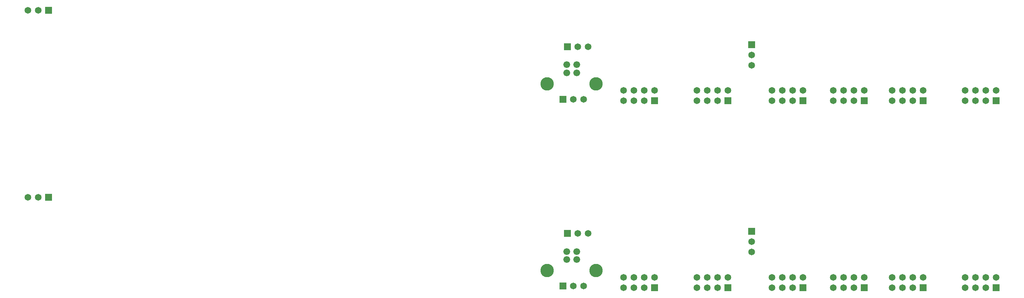
<source format=gtp>
G04 #@! TF.GenerationSoftware,KiCad,Pcbnew,(5.0.2)-1*
G04 #@! TF.CreationDate,2020-07-16T18:14:52-07:00*
G04 #@! TF.ProjectId,Peterson_SerialIO,50657465-7273-46f6-9e5f-53657269616c,rev?*
G04 #@! TF.SameCoordinates,Original*
G04 #@! TF.FileFunction,Paste,Top*
G04 #@! TF.FilePolarity,Positive*
%FSLAX46Y46*%
G04 Gerber Fmt 4.6, Leading zero omitted, Abs format (unit mm)*
G04 Created by KiCad (PCBNEW (5.0.2)-1) date 7/16/2020 6:14:52 PM*
%MOMM*%
%LPD*%
G01*
G04 APERTURE LIST*
%ADD10C,1.651000*%
%ADD11R,1.651000X1.651000*%
%ADD12C,1.676400*%
%ADD13C,3.302000*%
G04 APERTURE END LIST*
D10*
G04 #@! TO.C,J3*
X245310000Y-117730000D03*
X242770000Y-117730000D03*
X240230000Y-117730000D03*
X237690000Y-117730000D03*
X237690000Y-120270000D03*
X240230000Y-120270000D03*
X242770000Y-120270000D03*
D11*
X245310000Y-120270000D03*
G04 #@! TD*
D10*
G04 #@! TO.C,J12*
X217700000Y-111540000D03*
X217700000Y-109000000D03*
D11*
X217700000Y-106460000D03*
G04 #@! TD*
D10*
G04 #@! TO.C,J2*
X259810000Y-117730000D03*
X257270000Y-117730000D03*
X254730000Y-117730000D03*
X252190000Y-117730000D03*
X252190000Y-120270000D03*
X254730000Y-120270000D03*
X257270000Y-120270000D03*
D11*
X259810000Y-120270000D03*
G04 #@! TD*
G04 #@! TO.C,J1*
X277810000Y-120270000D03*
D10*
X275270000Y-120270000D03*
X272730000Y-120270000D03*
X270190000Y-120270000D03*
X270190000Y-117730000D03*
X272730000Y-117730000D03*
X275270000Y-117730000D03*
X277810000Y-117730000D03*
G04 #@! TD*
D11*
G04 #@! TO.C,J5*
X230310000Y-120270000D03*
D10*
X227770000Y-120270000D03*
X225230000Y-120270000D03*
X222690000Y-120270000D03*
X222690000Y-117730000D03*
X225230000Y-117730000D03*
X227770000Y-117730000D03*
X230310000Y-117730000D03*
G04 #@! TD*
G04 #@! TO.C,J20*
X177474880Y-106952380D03*
X174934880Y-106952380D03*
D11*
X172394880Y-106952380D03*
G04 #@! TD*
G04 #@! TO.C,OUTPUT1*
X211810000Y-120270000D03*
D10*
X209270000Y-120270000D03*
X206730000Y-120270000D03*
X204190000Y-120270000D03*
X204190000Y-117730000D03*
X206730000Y-117730000D03*
X209270000Y-117730000D03*
X211810000Y-117730000D03*
G04 #@! TD*
G04 #@! TO.C,J4*
X176331880Y-119868280D03*
X173791880Y-119868280D03*
D11*
X171251880Y-119868280D03*
G04 #@! TD*
D12*
G04 #@! TO.C,JP1*
X172161200Y-111384680D03*
D13*
X179430680Y-116083680D03*
X167391080Y-116083680D03*
D12*
X172161200Y-113365880D03*
X174660560Y-111384680D03*
X174660560Y-113365880D03*
G04 #@! TD*
D10*
G04 #@! TO.C,J18*
X39660000Y-98000000D03*
X42200000Y-98000000D03*
D11*
X44740000Y-98000000D03*
G04 #@! TD*
D10*
G04 #@! TO.C,INPUT1*
X193810000Y-117730000D03*
X191270000Y-117730000D03*
X188730000Y-117730000D03*
X186190000Y-117730000D03*
X186190000Y-120270000D03*
X188730000Y-120270000D03*
X191270000Y-120270000D03*
D11*
X193810000Y-120270000D03*
G04 #@! TD*
G04 #@! TO.C,J3*
X245310000Y-74270000D03*
D10*
X242770000Y-74270000D03*
X240230000Y-74270000D03*
X237690000Y-74270000D03*
X237690000Y-71730000D03*
X240230000Y-71730000D03*
X242770000Y-71730000D03*
X245310000Y-71730000D03*
G04 #@! TD*
G04 #@! TO.C,J1*
X277810000Y-71730000D03*
X275270000Y-71730000D03*
X272730000Y-71730000D03*
X270190000Y-71730000D03*
X270190000Y-74270000D03*
X272730000Y-74270000D03*
X275270000Y-74270000D03*
D11*
X277810000Y-74270000D03*
G04 #@! TD*
G04 #@! TO.C,J2*
X259810000Y-74270000D03*
D10*
X257270000Y-74270000D03*
X254730000Y-74270000D03*
X252190000Y-74270000D03*
X252190000Y-71730000D03*
X254730000Y-71730000D03*
X257270000Y-71730000D03*
X259810000Y-71730000D03*
G04 #@! TD*
G04 #@! TO.C,J5*
X230310000Y-71730000D03*
X227770000Y-71730000D03*
X225230000Y-71730000D03*
X222690000Y-71730000D03*
X222690000Y-74270000D03*
X225230000Y-74270000D03*
X227770000Y-74270000D03*
D11*
X230310000Y-74270000D03*
G04 #@! TD*
G04 #@! TO.C,J12*
X217700000Y-60460000D03*
D10*
X217700000Y-63000000D03*
X217700000Y-65540000D03*
G04 #@! TD*
D11*
G04 #@! TO.C,J18*
X44740000Y-52000000D03*
D10*
X42200000Y-52000000D03*
X39660000Y-52000000D03*
G04 #@! TD*
D11*
G04 #@! TO.C,J20*
X172394880Y-60952380D03*
D10*
X174934880Y-60952380D03*
X177474880Y-60952380D03*
G04 #@! TD*
D12*
G04 #@! TO.C,JP1*
X174660560Y-67365880D03*
X174660560Y-65384680D03*
X172161200Y-67365880D03*
D13*
X167391080Y-70083680D03*
X179430680Y-70083680D03*
D12*
X172161200Y-65384680D03*
G04 #@! TD*
D11*
G04 #@! TO.C,INPUT1*
X193810000Y-74270000D03*
D10*
X191270000Y-74270000D03*
X188730000Y-74270000D03*
X186190000Y-74270000D03*
X186190000Y-71730000D03*
X188730000Y-71730000D03*
X191270000Y-71730000D03*
X193810000Y-71730000D03*
G04 #@! TD*
G04 #@! TO.C,OUTPUT1*
X211810000Y-71730000D03*
X209270000Y-71730000D03*
X206730000Y-71730000D03*
X204190000Y-71730000D03*
X204190000Y-74270000D03*
X206730000Y-74270000D03*
X209270000Y-74270000D03*
D11*
X211810000Y-74270000D03*
G04 #@! TD*
G04 #@! TO.C,J4*
X171251880Y-73868280D03*
D10*
X173791880Y-73868280D03*
X176331880Y-73868280D03*
G04 #@! TD*
M02*

</source>
